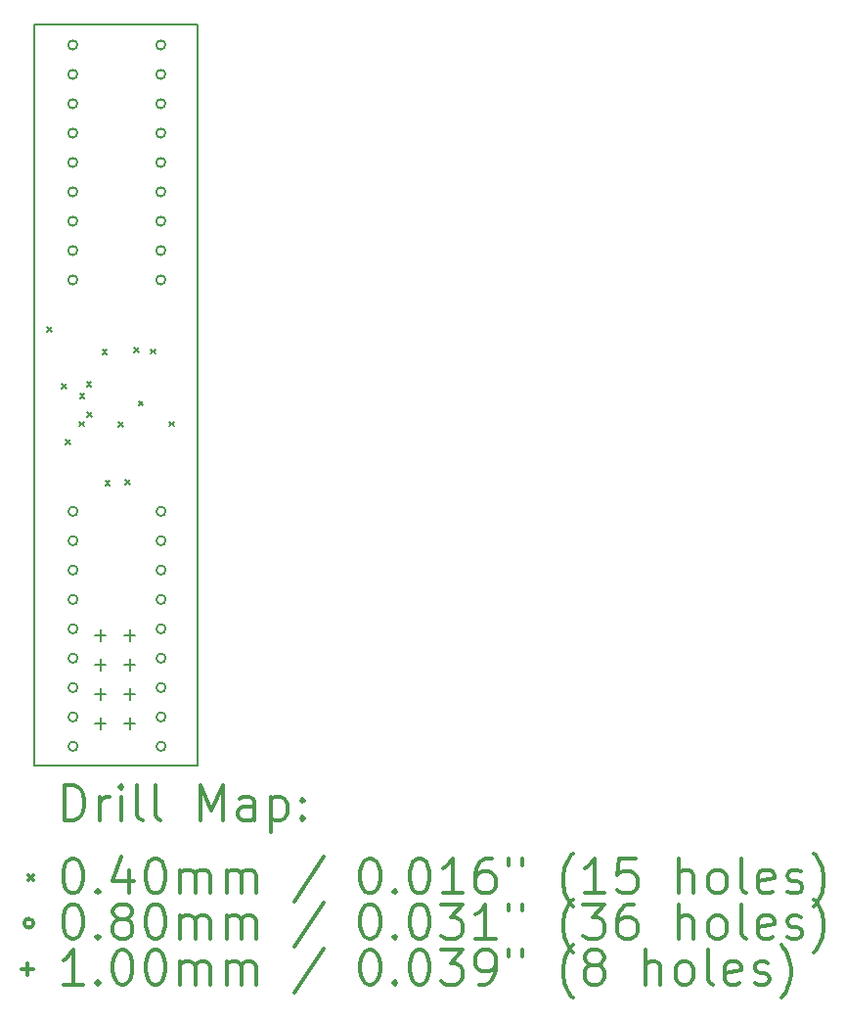
<source format=gbr>
%FSLAX45Y45*%
G04 Gerber Fmt 4.5, Leading zero omitted, Abs format (unit mm)*
G04 Created by KiCad (PCBNEW 4.0.7-e2-6376~58~ubuntu16.04.1) date Tue Jul  9 21:44:05 2024*
%MOMM*%
%LPD*%
G01*
G04 APERTURE LIST*
%ADD10C,0.127000*%
%ADD11C,0.150000*%
%ADD12C,0.200000*%
%ADD13C,0.300000*%
G04 APERTURE END LIST*
D10*
D11*
X14905000Y-8860000D02*
X14905000Y-12700000D01*
X16320000Y-12700000D02*
X14905000Y-12700000D01*
X16320000Y-10125000D02*
X16320000Y-12700000D01*
X16320000Y-6295000D02*
X16320000Y-10125000D01*
X14905000Y-6295000D02*
X16320000Y-6295000D01*
X14905000Y-8860000D02*
X14905000Y-6295000D01*
D12*
X15015001Y-8905658D02*
X15055001Y-8945658D01*
X15055001Y-8905658D02*
X15015001Y-8945658D01*
X15140000Y-9400000D02*
X15180000Y-9440000D01*
X15180000Y-9400000D02*
X15140000Y-9440000D01*
X15175000Y-9880000D02*
X15215000Y-9920000D01*
X15215000Y-9880000D02*
X15175000Y-9920000D01*
X15295000Y-9725000D02*
X15335000Y-9765000D01*
X15335000Y-9725000D02*
X15295000Y-9765000D01*
X15300000Y-9485000D02*
X15340000Y-9525000D01*
X15340000Y-9485000D02*
X15300000Y-9525000D01*
X15358933Y-9380064D02*
X15398933Y-9420064D01*
X15398933Y-9380064D02*
X15358933Y-9420064D01*
X15360000Y-9645000D02*
X15400000Y-9685000D01*
X15400000Y-9645000D02*
X15360000Y-9685000D01*
X15495000Y-9105000D02*
X15535000Y-9145000D01*
X15535000Y-9105000D02*
X15495000Y-9145000D01*
X15520000Y-10240000D02*
X15560000Y-10280000D01*
X15560000Y-10240000D02*
X15520000Y-10280000D01*
X15635000Y-9730000D02*
X15675000Y-9770000D01*
X15675000Y-9730000D02*
X15635000Y-9770000D01*
X15690000Y-10230000D02*
X15730000Y-10270000D01*
X15730000Y-10230000D02*
X15690000Y-10270000D01*
X15770000Y-9085000D02*
X15810000Y-9125000D01*
X15810000Y-9085000D02*
X15770000Y-9125000D01*
X15807037Y-9547501D02*
X15847037Y-9587501D01*
X15847037Y-9547501D02*
X15807037Y-9587501D01*
X15915000Y-9100000D02*
X15955000Y-9140000D01*
X15955000Y-9100000D02*
X15915000Y-9140000D01*
X16075000Y-9725000D02*
X16115000Y-9765000D01*
X16115000Y-9725000D02*
X16075000Y-9765000D01*
X15278000Y-6468000D02*
G75*
G03X15278000Y-6468000I-40000J0D01*
G01*
X15278000Y-6722000D02*
G75*
G03X15278000Y-6722000I-40000J0D01*
G01*
X15278000Y-6976000D02*
G75*
G03X15278000Y-6976000I-40000J0D01*
G01*
X15278000Y-7230000D02*
G75*
G03X15278000Y-7230000I-40000J0D01*
G01*
X15278000Y-7484000D02*
G75*
G03X15278000Y-7484000I-40000J0D01*
G01*
X15278000Y-7738000D02*
G75*
G03X15278000Y-7738000I-40000J0D01*
G01*
X15278000Y-7992000D02*
G75*
G03X15278000Y-7992000I-40000J0D01*
G01*
X15278000Y-8246000D02*
G75*
G03X15278000Y-8246000I-40000J0D01*
G01*
X15278000Y-8500000D02*
G75*
G03X15278000Y-8500000I-40000J0D01*
G01*
X15280000Y-10502000D02*
G75*
G03X15280000Y-10502000I-40000J0D01*
G01*
X15280000Y-10756000D02*
G75*
G03X15280000Y-10756000I-40000J0D01*
G01*
X15280000Y-11010000D02*
G75*
G03X15280000Y-11010000I-40000J0D01*
G01*
X15280000Y-11264000D02*
G75*
G03X15280000Y-11264000I-40000J0D01*
G01*
X15280000Y-11518000D02*
G75*
G03X15280000Y-11518000I-40000J0D01*
G01*
X15280000Y-11772000D02*
G75*
G03X15280000Y-11772000I-40000J0D01*
G01*
X15280000Y-12026000D02*
G75*
G03X15280000Y-12026000I-40000J0D01*
G01*
X15280000Y-12280000D02*
G75*
G03X15280000Y-12280000I-40000J0D01*
G01*
X15280000Y-12534000D02*
G75*
G03X15280000Y-12534000I-40000J0D01*
G01*
X16040000Y-6468000D02*
G75*
G03X16040000Y-6468000I-40000J0D01*
G01*
X16040000Y-6722000D02*
G75*
G03X16040000Y-6722000I-40000J0D01*
G01*
X16040000Y-6976000D02*
G75*
G03X16040000Y-6976000I-40000J0D01*
G01*
X16040000Y-7230000D02*
G75*
G03X16040000Y-7230000I-40000J0D01*
G01*
X16040000Y-7484000D02*
G75*
G03X16040000Y-7484000I-40000J0D01*
G01*
X16040000Y-7738000D02*
G75*
G03X16040000Y-7738000I-40000J0D01*
G01*
X16040000Y-7992000D02*
G75*
G03X16040000Y-7992000I-40000J0D01*
G01*
X16040000Y-8246000D02*
G75*
G03X16040000Y-8246000I-40000J0D01*
G01*
X16040000Y-8500000D02*
G75*
G03X16040000Y-8500000I-40000J0D01*
G01*
X16042000Y-10502000D02*
G75*
G03X16042000Y-10502000I-40000J0D01*
G01*
X16042000Y-10756000D02*
G75*
G03X16042000Y-10756000I-40000J0D01*
G01*
X16042000Y-11010000D02*
G75*
G03X16042000Y-11010000I-40000J0D01*
G01*
X16042000Y-11264000D02*
G75*
G03X16042000Y-11264000I-40000J0D01*
G01*
X16042000Y-11518000D02*
G75*
G03X16042000Y-11518000I-40000J0D01*
G01*
X16042000Y-11772000D02*
G75*
G03X16042000Y-11772000I-40000J0D01*
G01*
X16042000Y-12026000D02*
G75*
G03X16042000Y-12026000I-40000J0D01*
G01*
X16042000Y-12280000D02*
G75*
G03X16042000Y-12280000I-40000J0D01*
G01*
X16042000Y-12534000D02*
G75*
G03X16042000Y-12534000I-40000J0D01*
G01*
X15476000Y-11527000D02*
X15476000Y-11627000D01*
X15426000Y-11577000D02*
X15526000Y-11577000D01*
X15476000Y-11781000D02*
X15476000Y-11881000D01*
X15426000Y-11831000D02*
X15526000Y-11831000D01*
X15476000Y-12035000D02*
X15476000Y-12135000D01*
X15426000Y-12085000D02*
X15526000Y-12085000D01*
X15476000Y-12289000D02*
X15476000Y-12389000D01*
X15426000Y-12339000D02*
X15526000Y-12339000D01*
X15730000Y-11527000D02*
X15730000Y-11627000D01*
X15680000Y-11577000D02*
X15780000Y-11577000D01*
X15730000Y-11781000D02*
X15730000Y-11881000D01*
X15680000Y-11831000D02*
X15780000Y-11831000D01*
X15730000Y-12035000D02*
X15730000Y-12135000D01*
X15680000Y-12085000D02*
X15780000Y-12085000D01*
X15730000Y-12289000D02*
X15730000Y-12389000D01*
X15680000Y-12339000D02*
X15780000Y-12339000D01*
D13*
X15168928Y-13173214D02*
X15168928Y-12873214D01*
X15240357Y-12873214D01*
X15283214Y-12887500D01*
X15311786Y-12916071D01*
X15326071Y-12944643D01*
X15340357Y-13001786D01*
X15340357Y-13044643D01*
X15326071Y-13101786D01*
X15311786Y-13130357D01*
X15283214Y-13158929D01*
X15240357Y-13173214D01*
X15168928Y-13173214D01*
X15468928Y-13173214D02*
X15468928Y-12973214D01*
X15468928Y-13030357D02*
X15483214Y-13001786D01*
X15497500Y-12987500D01*
X15526071Y-12973214D01*
X15554643Y-12973214D01*
X15654643Y-13173214D02*
X15654643Y-12973214D01*
X15654643Y-12873214D02*
X15640357Y-12887500D01*
X15654643Y-12901786D01*
X15668928Y-12887500D01*
X15654643Y-12873214D01*
X15654643Y-12901786D01*
X15840357Y-13173214D02*
X15811786Y-13158929D01*
X15797500Y-13130357D01*
X15797500Y-12873214D01*
X15997500Y-13173214D02*
X15968928Y-13158929D01*
X15954643Y-13130357D01*
X15954643Y-12873214D01*
X16340357Y-13173214D02*
X16340357Y-12873214D01*
X16440357Y-13087500D01*
X16540357Y-12873214D01*
X16540357Y-13173214D01*
X16811786Y-13173214D02*
X16811786Y-13016071D01*
X16797500Y-12987500D01*
X16768928Y-12973214D01*
X16711786Y-12973214D01*
X16683214Y-12987500D01*
X16811786Y-13158929D02*
X16783214Y-13173214D01*
X16711786Y-13173214D01*
X16683214Y-13158929D01*
X16668928Y-13130357D01*
X16668928Y-13101786D01*
X16683214Y-13073214D01*
X16711786Y-13058929D01*
X16783214Y-13058929D01*
X16811786Y-13044643D01*
X16954643Y-12973214D02*
X16954643Y-13273214D01*
X16954643Y-12987500D02*
X16983214Y-12973214D01*
X17040357Y-12973214D01*
X17068929Y-12987500D01*
X17083214Y-13001786D01*
X17097500Y-13030357D01*
X17097500Y-13116071D01*
X17083214Y-13144643D01*
X17068929Y-13158929D01*
X17040357Y-13173214D01*
X16983214Y-13173214D01*
X16954643Y-13158929D01*
X17226071Y-13144643D02*
X17240357Y-13158929D01*
X17226071Y-13173214D01*
X17211786Y-13158929D01*
X17226071Y-13144643D01*
X17226071Y-13173214D01*
X17226071Y-12987500D02*
X17240357Y-13001786D01*
X17226071Y-13016071D01*
X17211786Y-13001786D01*
X17226071Y-12987500D01*
X17226071Y-13016071D01*
X14857500Y-13647500D02*
X14897500Y-13687500D01*
X14897500Y-13647500D02*
X14857500Y-13687500D01*
X15226071Y-13503214D02*
X15254643Y-13503214D01*
X15283214Y-13517500D01*
X15297500Y-13531786D01*
X15311786Y-13560357D01*
X15326071Y-13617500D01*
X15326071Y-13688929D01*
X15311786Y-13746071D01*
X15297500Y-13774643D01*
X15283214Y-13788929D01*
X15254643Y-13803214D01*
X15226071Y-13803214D01*
X15197500Y-13788929D01*
X15183214Y-13774643D01*
X15168928Y-13746071D01*
X15154643Y-13688929D01*
X15154643Y-13617500D01*
X15168928Y-13560357D01*
X15183214Y-13531786D01*
X15197500Y-13517500D01*
X15226071Y-13503214D01*
X15454643Y-13774643D02*
X15468928Y-13788929D01*
X15454643Y-13803214D01*
X15440357Y-13788929D01*
X15454643Y-13774643D01*
X15454643Y-13803214D01*
X15726071Y-13603214D02*
X15726071Y-13803214D01*
X15654643Y-13488929D02*
X15583214Y-13703214D01*
X15768928Y-13703214D01*
X15940357Y-13503214D02*
X15968928Y-13503214D01*
X15997500Y-13517500D01*
X16011786Y-13531786D01*
X16026071Y-13560357D01*
X16040357Y-13617500D01*
X16040357Y-13688929D01*
X16026071Y-13746071D01*
X16011786Y-13774643D01*
X15997500Y-13788929D01*
X15968928Y-13803214D01*
X15940357Y-13803214D01*
X15911786Y-13788929D01*
X15897500Y-13774643D01*
X15883214Y-13746071D01*
X15868928Y-13688929D01*
X15868928Y-13617500D01*
X15883214Y-13560357D01*
X15897500Y-13531786D01*
X15911786Y-13517500D01*
X15940357Y-13503214D01*
X16168928Y-13803214D02*
X16168928Y-13603214D01*
X16168928Y-13631786D02*
X16183214Y-13617500D01*
X16211786Y-13603214D01*
X16254643Y-13603214D01*
X16283214Y-13617500D01*
X16297500Y-13646071D01*
X16297500Y-13803214D01*
X16297500Y-13646071D02*
X16311786Y-13617500D01*
X16340357Y-13603214D01*
X16383214Y-13603214D01*
X16411786Y-13617500D01*
X16426071Y-13646071D01*
X16426071Y-13803214D01*
X16568928Y-13803214D02*
X16568928Y-13603214D01*
X16568928Y-13631786D02*
X16583214Y-13617500D01*
X16611786Y-13603214D01*
X16654643Y-13603214D01*
X16683214Y-13617500D01*
X16697500Y-13646071D01*
X16697500Y-13803214D01*
X16697500Y-13646071D02*
X16711786Y-13617500D01*
X16740357Y-13603214D01*
X16783214Y-13603214D01*
X16811786Y-13617500D01*
X16826071Y-13646071D01*
X16826071Y-13803214D01*
X17411786Y-13488929D02*
X17154643Y-13874643D01*
X17797500Y-13503214D02*
X17826071Y-13503214D01*
X17854643Y-13517500D01*
X17868928Y-13531786D01*
X17883214Y-13560357D01*
X17897500Y-13617500D01*
X17897500Y-13688929D01*
X17883214Y-13746071D01*
X17868928Y-13774643D01*
X17854643Y-13788929D01*
X17826071Y-13803214D01*
X17797500Y-13803214D01*
X17768928Y-13788929D01*
X17754643Y-13774643D01*
X17740357Y-13746071D01*
X17726071Y-13688929D01*
X17726071Y-13617500D01*
X17740357Y-13560357D01*
X17754643Y-13531786D01*
X17768928Y-13517500D01*
X17797500Y-13503214D01*
X18026071Y-13774643D02*
X18040357Y-13788929D01*
X18026071Y-13803214D01*
X18011786Y-13788929D01*
X18026071Y-13774643D01*
X18026071Y-13803214D01*
X18226071Y-13503214D02*
X18254643Y-13503214D01*
X18283214Y-13517500D01*
X18297500Y-13531786D01*
X18311786Y-13560357D01*
X18326071Y-13617500D01*
X18326071Y-13688929D01*
X18311786Y-13746071D01*
X18297500Y-13774643D01*
X18283214Y-13788929D01*
X18254643Y-13803214D01*
X18226071Y-13803214D01*
X18197500Y-13788929D01*
X18183214Y-13774643D01*
X18168928Y-13746071D01*
X18154643Y-13688929D01*
X18154643Y-13617500D01*
X18168928Y-13560357D01*
X18183214Y-13531786D01*
X18197500Y-13517500D01*
X18226071Y-13503214D01*
X18611786Y-13803214D02*
X18440357Y-13803214D01*
X18526071Y-13803214D02*
X18526071Y-13503214D01*
X18497500Y-13546071D01*
X18468928Y-13574643D01*
X18440357Y-13588929D01*
X18868928Y-13503214D02*
X18811786Y-13503214D01*
X18783214Y-13517500D01*
X18768928Y-13531786D01*
X18740357Y-13574643D01*
X18726071Y-13631786D01*
X18726071Y-13746071D01*
X18740357Y-13774643D01*
X18754643Y-13788929D01*
X18783214Y-13803214D01*
X18840357Y-13803214D01*
X18868928Y-13788929D01*
X18883214Y-13774643D01*
X18897500Y-13746071D01*
X18897500Y-13674643D01*
X18883214Y-13646071D01*
X18868928Y-13631786D01*
X18840357Y-13617500D01*
X18783214Y-13617500D01*
X18754643Y-13631786D01*
X18740357Y-13646071D01*
X18726071Y-13674643D01*
X19011786Y-13503214D02*
X19011786Y-13560357D01*
X19126071Y-13503214D02*
X19126071Y-13560357D01*
X19568928Y-13917500D02*
X19554643Y-13903214D01*
X19526071Y-13860357D01*
X19511786Y-13831786D01*
X19497500Y-13788929D01*
X19483214Y-13717500D01*
X19483214Y-13660357D01*
X19497500Y-13588929D01*
X19511786Y-13546071D01*
X19526071Y-13517500D01*
X19554643Y-13474643D01*
X19568928Y-13460357D01*
X19840357Y-13803214D02*
X19668928Y-13803214D01*
X19754643Y-13803214D02*
X19754643Y-13503214D01*
X19726071Y-13546071D01*
X19697500Y-13574643D01*
X19668928Y-13588929D01*
X20111786Y-13503214D02*
X19968928Y-13503214D01*
X19954643Y-13646071D01*
X19968928Y-13631786D01*
X19997500Y-13617500D01*
X20068928Y-13617500D01*
X20097500Y-13631786D01*
X20111786Y-13646071D01*
X20126071Y-13674643D01*
X20126071Y-13746071D01*
X20111786Y-13774643D01*
X20097500Y-13788929D01*
X20068928Y-13803214D01*
X19997500Y-13803214D01*
X19968928Y-13788929D01*
X19954643Y-13774643D01*
X20483214Y-13803214D02*
X20483214Y-13503214D01*
X20611786Y-13803214D02*
X20611786Y-13646071D01*
X20597500Y-13617500D01*
X20568928Y-13603214D01*
X20526071Y-13603214D01*
X20497500Y-13617500D01*
X20483214Y-13631786D01*
X20797500Y-13803214D02*
X20768928Y-13788929D01*
X20754643Y-13774643D01*
X20740357Y-13746071D01*
X20740357Y-13660357D01*
X20754643Y-13631786D01*
X20768928Y-13617500D01*
X20797500Y-13603214D01*
X20840357Y-13603214D01*
X20868928Y-13617500D01*
X20883214Y-13631786D01*
X20897500Y-13660357D01*
X20897500Y-13746071D01*
X20883214Y-13774643D01*
X20868928Y-13788929D01*
X20840357Y-13803214D01*
X20797500Y-13803214D01*
X21068928Y-13803214D02*
X21040357Y-13788929D01*
X21026071Y-13760357D01*
X21026071Y-13503214D01*
X21297500Y-13788929D02*
X21268929Y-13803214D01*
X21211786Y-13803214D01*
X21183214Y-13788929D01*
X21168929Y-13760357D01*
X21168929Y-13646071D01*
X21183214Y-13617500D01*
X21211786Y-13603214D01*
X21268929Y-13603214D01*
X21297500Y-13617500D01*
X21311786Y-13646071D01*
X21311786Y-13674643D01*
X21168929Y-13703214D01*
X21426071Y-13788929D02*
X21454643Y-13803214D01*
X21511786Y-13803214D01*
X21540357Y-13788929D01*
X21554643Y-13760357D01*
X21554643Y-13746071D01*
X21540357Y-13717500D01*
X21511786Y-13703214D01*
X21468929Y-13703214D01*
X21440357Y-13688929D01*
X21426071Y-13660357D01*
X21426071Y-13646071D01*
X21440357Y-13617500D01*
X21468929Y-13603214D01*
X21511786Y-13603214D01*
X21540357Y-13617500D01*
X21654643Y-13917500D02*
X21668929Y-13903214D01*
X21697500Y-13860357D01*
X21711786Y-13831786D01*
X21726071Y-13788929D01*
X21740357Y-13717500D01*
X21740357Y-13660357D01*
X21726071Y-13588929D01*
X21711786Y-13546071D01*
X21697500Y-13517500D01*
X21668929Y-13474643D01*
X21654643Y-13460357D01*
X14897500Y-14063500D02*
G75*
G03X14897500Y-14063500I-40000J0D01*
G01*
X15226071Y-13899214D02*
X15254643Y-13899214D01*
X15283214Y-13913500D01*
X15297500Y-13927786D01*
X15311786Y-13956357D01*
X15326071Y-14013500D01*
X15326071Y-14084929D01*
X15311786Y-14142071D01*
X15297500Y-14170643D01*
X15283214Y-14184929D01*
X15254643Y-14199214D01*
X15226071Y-14199214D01*
X15197500Y-14184929D01*
X15183214Y-14170643D01*
X15168928Y-14142071D01*
X15154643Y-14084929D01*
X15154643Y-14013500D01*
X15168928Y-13956357D01*
X15183214Y-13927786D01*
X15197500Y-13913500D01*
X15226071Y-13899214D01*
X15454643Y-14170643D02*
X15468928Y-14184929D01*
X15454643Y-14199214D01*
X15440357Y-14184929D01*
X15454643Y-14170643D01*
X15454643Y-14199214D01*
X15640357Y-14027786D02*
X15611786Y-14013500D01*
X15597500Y-13999214D01*
X15583214Y-13970643D01*
X15583214Y-13956357D01*
X15597500Y-13927786D01*
X15611786Y-13913500D01*
X15640357Y-13899214D01*
X15697500Y-13899214D01*
X15726071Y-13913500D01*
X15740357Y-13927786D01*
X15754643Y-13956357D01*
X15754643Y-13970643D01*
X15740357Y-13999214D01*
X15726071Y-14013500D01*
X15697500Y-14027786D01*
X15640357Y-14027786D01*
X15611786Y-14042071D01*
X15597500Y-14056357D01*
X15583214Y-14084929D01*
X15583214Y-14142071D01*
X15597500Y-14170643D01*
X15611786Y-14184929D01*
X15640357Y-14199214D01*
X15697500Y-14199214D01*
X15726071Y-14184929D01*
X15740357Y-14170643D01*
X15754643Y-14142071D01*
X15754643Y-14084929D01*
X15740357Y-14056357D01*
X15726071Y-14042071D01*
X15697500Y-14027786D01*
X15940357Y-13899214D02*
X15968928Y-13899214D01*
X15997500Y-13913500D01*
X16011786Y-13927786D01*
X16026071Y-13956357D01*
X16040357Y-14013500D01*
X16040357Y-14084929D01*
X16026071Y-14142071D01*
X16011786Y-14170643D01*
X15997500Y-14184929D01*
X15968928Y-14199214D01*
X15940357Y-14199214D01*
X15911786Y-14184929D01*
X15897500Y-14170643D01*
X15883214Y-14142071D01*
X15868928Y-14084929D01*
X15868928Y-14013500D01*
X15883214Y-13956357D01*
X15897500Y-13927786D01*
X15911786Y-13913500D01*
X15940357Y-13899214D01*
X16168928Y-14199214D02*
X16168928Y-13999214D01*
X16168928Y-14027786D02*
X16183214Y-14013500D01*
X16211786Y-13999214D01*
X16254643Y-13999214D01*
X16283214Y-14013500D01*
X16297500Y-14042071D01*
X16297500Y-14199214D01*
X16297500Y-14042071D02*
X16311786Y-14013500D01*
X16340357Y-13999214D01*
X16383214Y-13999214D01*
X16411786Y-14013500D01*
X16426071Y-14042071D01*
X16426071Y-14199214D01*
X16568928Y-14199214D02*
X16568928Y-13999214D01*
X16568928Y-14027786D02*
X16583214Y-14013500D01*
X16611786Y-13999214D01*
X16654643Y-13999214D01*
X16683214Y-14013500D01*
X16697500Y-14042071D01*
X16697500Y-14199214D01*
X16697500Y-14042071D02*
X16711786Y-14013500D01*
X16740357Y-13999214D01*
X16783214Y-13999214D01*
X16811786Y-14013500D01*
X16826071Y-14042071D01*
X16826071Y-14199214D01*
X17411786Y-13884929D02*
X17154643Y-14270643D01*
X17797500Y-13899214D02*
X17826071Y-13899214D01*
X17854643Y-13913500D01*
X17868928Y-13927786D01*
X17883214Y-13956357D01*
X17897500Y-14013500D01*
X17897500Y-14084929D01*
X17883214Y-14142071D01*
X17868928Y-14170643D01*
X17854643Y-14184929D01*
X17826071Y-14199214D01*
X17797500Y-14199214D01*
X17768928Y-14184929D01*
X17754643Y-14170643D01*
X17740357Y-14142071D01*
X17726071Y-14084929D01*
X17726071Y-14013500D01*
X17740357Y-13956357D01*
X17754643Y-13927786D01*
X17768928Y-13913500D01*
X17797500Y-13899214D01*
X18026071Y-14170643D02*
X18040357Y-14184929D01*
X18026071Y-14199214D01*
X18011786Y-14184929D01*
X18026071Y-14170643D01*
X18026071Y-14199214D01*
X18226071Y-13899214D02*
X18254643Y-13899214D01*
X18283214Y-13913500D01*
X18297500Y-13927786D01*
X18311786Y-13956357D01*
X18326071Y-14013500D01*
X18326071Y-14084929D01*
X18311786Y-14142071D01*
X18297500Y-14170643D01*
X18283214Y-14184929D01*
X18254643Y-14199214D01*
X18226071Y-14199214D01*
X18197500Y-14184929D01*
X18183214Y-14170643D01*
X18168928Y-14142071D01*
X18154643Y-14084929D01*
X18154643Y-14013500D01*
X18168928Y-13956357D01*
X18183214Y-13927786D01*
X18197500Y-13913500D01*
X18226071Y-13899214D01*
X18426071Y-13899214D02*
X18611786Y-13899214D01*
X18511786Y-14013500D01*
X18554643Y-14013500D01*
X18583214Y-14027786D01*
X18597500Y-14042071D01*
X18611786Y-14070643D01*
X18611786Y-14142071D01*
X18597500Y-14170643D01*
X18583214Y-14184929D01*
X18554643Y-14199214D01*
X18468928Y-14199214D01*
X18440357Y-14184929D01*
X18426071Y-14170643D01*
X18897500Y-14199214D02*
X18726071Y-14199214D01*
X18811786Y-14199214D02*
X18811786Y-13899214D01*
X18783214Y-13942071D01*
X18754643Y-13970643D01*
X18726071Y-13984929D01*
X19011786Y-13899214D02*
X19011786Y-13956357D01*
X19126071Y-13899214D02*
X19126071Y-13956357D01*
X19568928Y-14313500D02*
X19554643Y-14299214D01*
X19526071Y-14256357D01*
X19511786Y-14227786D01*
X19497500Y-14184929D01*
X19483214Y-14113500D01*
X19483214Y-14056357D01*
X19497500Y-13984929D01*
X19511786Y-13942071D01*
X19526071Y-13913500D01*
X19554643Y-13870643D01*
X19568928Y-13856357D01*
X19654643Y-13899214D02*
X19840357Y-13899214D01*
X19740357Y-14013500D01*
X19783214Y-14013500D01*
X19811786Y-14027786D01*
X19826071Y-14042071D01*
X19840357Y-14070643D01*
X19840357Y-14142071D01*
X19826071Y-14170643D01*
X19811786Y-14184929D01*
X19783214Y-14199214D01*
X19697500Y-14199214D01*
X19668928Y-14184929D01*
X19654643Y-14170643D01*
X20097500Y-13899214D02*
X20040357Y-13899214D01*
X20011786Y-13913500D01*
X19997500Y-13927786D01*
X19968928Y-13970643D01*
X19954643Y-14027786D01*
X19954643Y-14142071D01*
X19968928Y-14170643D01*
X19983214Y-14184929D01*
X20011786Y-14199214D01*
X20068928Y-14199214D01*
X20097500Y-14184929D01*
X20111786Y-14170643D01*
X20126071Y-14142071D01*
X20126071Y-14070643D01*
X20111786Y-14042071D01*
X20097500Y-14027786D01*
X20068928Y-14013500D01*
X20011786Y-14013500D01*
X19983214Y-14027786D01*
X19968928Y-14042071D01*
X19954643Y-14070643D01*
X20483214Y-14199214D02*
X20483214Y-13899214D01*
X20611786Y-14199214D02*
X20611786Y-14042071D01*
X20597500Y-14013500D01*
X20568928Y-13999214D01*
X20526071Y-13999214D01*
X20497500Y-14013500D01*
X20483214Y-14027786D01*
X20797500Y-14199214D02*
X20768928Y-14184929D01*
X20754643Y-14170643D01*
X20740357Y-14142071D01*
X20740357Y-14056357D01*
X20754643Y-14027786D01*
X20768928Y-14013500D01*
X20797500Y-13999214D01*
X20840357Y-13999214D01*
X20868928Y-14013500D01*
X20883214Y-14027786D01*
X20897500Y-14056357D01*
X20897500Y-14142071D01*
X20883214Y-14170643D01*
X20868928Y-14184929D01*
X20840357Y-14199214D01*
X20797500Y-14199214D01*
X21068928Y-14199214D02*
X21040357Y-14184929D01*
X21026071Y-14156357D01*
X21026071Y-13899214D01*
X21297500Y-14184929D02*
X21268929Y-14199214D01*
X21211786Y-14199214D01*
X21183214Y-14184929D01*
X21168929Y-14156357D01*
X21168929Y-14042071D01*
X21183214Y-14013500D01*
X21211786Y-13999214D01*
X21268929Y-13999214D01*
X21297500Y-14013500D01*
X21311786Y-14042071D01*
X21311786Y-14070643D01*
X21168929Y-14099214D01*
X21426071Y-14184929D02*
X21454643Y-14199214D01*
X21511786Y-14199214D01*
X21540357Y-14184929D01*
X21554643Y-14156357D01*
X21554643Y-14142071D01*
X21540357Y-14113500D01*
X21511786Y-14099214D01*
X21468929Y-14099214D01*
X21440357Y-14084929D01*
X21426071Y-14056357D01*
X21426071Y-14042071D01*
X21440357Y-14013500D01*
X21468929Y-13999214D01*
X21511786Y-13999214D01*
X21540357Y-14013500D01*
X21654643Y-14313500D02*
X21668929Y-14299214D01*
X21697500Y-14256357D01*
X21711786Y-14227786D01*
X21726071Y-14184929D01*
X21740357Y-14113500D01*
X21740357Y-14056357D01*
X21726071Y-13984929D01*
X21711786Y-13942071D01*
X21697500Y-13913500D01*
X21668929Y-13870643D01*
X21654643Y-13856357D01*
X14847500Y-14409500D02*
X14847500Y-14509500D01*
X14797500Y-14459500D02*
X14897500Y-14459500D01*
X15326071Y-14595214D02*
X15154643Y-14595214D01*
X15240357Y-14595214D02*
X15240357Y-14295214D01*
X15211786Y-14338071D01*
X15183214Y-14366643D01*
X15154643Y-14380929D01*
X15454643Y-14566643D02*
X15468928Y-14580929D01*
X15454643Y-14595214D01*
X15440357Y-14580929D01*
X15454643Y-14566643D01*
X15454643Y-14595214D01*
X15654643Y-14295214D02*
X15683214Y-14295214D01*
X15711786Y-14309500D01*
X15726071Y-14323786D01*
X15740357Y-14352357D01*
X15754643Y-14409500D01*
X15754643Y-14480929D01*
X15740357Y-14538071D01*
X15726071Y-14566643D01*
X15711786Y-14580929D01*
X15683214Y-14595214D01*
X15654643Y-14595214D01*
X15626071Y-14580929D01*
X15611786Y-14566643D01*
X15597500Y-14538071D01*
X15583214Y-14480929D01*
X15583214Y-14409500D01*
X15597500Y-14352357D01*
X15611786Y-14323786D01*
X15626071Y-14309500D01*
X15654643Y-14295214D01*
X15940357Y-14295214D02*
X15968928Y-14295214D01*
X15997500Y-14309500D01*
X16011786Y-14323786D01*
X16026071Y-14352357D01*
X16040357Y-14409500D01*
X16040357Y-14480929D01*
X16026071Y-14538071D01*
X16011786Y-14566643D01*
X15997500Y-14580929D01*
X15968928Y-14595214D01*
X15940357Y-14595214D01*
X15911786Y-14580929D01*
X15897500Y-14566643D01*
X15883214Y-14538071D01*
X15868928Y-14480929D01*
X15868928Y-14409500D01*
X15883214Y-14352357D01*
X15897500Y-14323786D01*
X15911786Y-14309500D01*
X15940357Y-14295214D01*
X16168928Y-14595214D02*
X16168928Y-14395214D01*
X16168928Y-14423786D02*
X16183214Y-14409500D01*
X16211786Y-14395214D01*
X16254643Y-14395214D01*
X16283214Y-14409500D01*
X16297500Y-14438071D01*
X16297500Y-14595214D01*
X16297500Y-14438071D02*
X16311786Y-14409500D01*
X16340357Y-14395214D01*
X16383214Y-14395214D01*
X16411786Y-14409500D01*
X16426071Y-14438071D01*
X16426071Y-14595214D01*
X16568928Y-14595214D02*
X16568928Y-14395214D01*
X16568928Y-14423786D02*
X16583214Y-14409500D01*
X16611786Y-14395214D01*
X16654643Y-14395214D01*
X16683214Y-14409500D01*
X16697500Y-14438071D01*
X16697500Y-14595214D01*
X16697500Y-14438071D02*
X16711786Y-14409500D01*
X16740357Y-14395214D01*
X16783214Y-14395214D01*
X16811786Y-14409500D01*
X16826071Y-14438071D01*
X16826071Y-14595214D01*
X17411786Y-14280929D02*
X17154643Y-14666643D01*
X17797500Y-14295214D02*
X17826071Y-14295214D01*
X17854643Y-14309500D01*
X17868928Y-14323786D01*
X17883214Y-14352357D01*
X17897500Y-14409500D01*
X17897500Y-14480929D01*
X17883214Y-14538071D01*
X17868928Y-14566643D01*
X17854643Y-14580929D01*
X17826071Y-14595214D01*
X17797500Y-14595214D01*
X17768928Y-14580929D01*
X17754643Y-14566643D01*
X17740357Y-14538071D01*
X17726071Y-14480929D01*
X17726071Y-14409500D01*
X17740357Y-14352357D01*
X17754643Y-14323786D01*
X17768928Y-14309500D01*
X17797500Y-14295214D01*
X18026071Y-14566643D02*
X18040357Y-14580929D01*
X18026071Y-14595214D01*
X18011786Y-14580929D01*
X18026071Y-14566643D01*
X18026071Y-14595214D01*
X18226071Y-14295214D02*
X18254643Y-14295214D01*
X18283214Y-14309500D01*
X18297500Y-14323786D01*
X18311786Y-14352357D01*
X18326071Y-14409500D01*
X18326071Y-14480929D01*
X18311786Y-14538071D01*
X18297500Y-14566643D01*
X18283214Y-14580929D01*
X18254643Y-14595214D01*
X18226071Y-14595214D01*
X18197500Y-14580929D01*
X18183214Y-14566643D01*
X18168928Y-14538071D01*
X18154643Y-14480929D01*
X18154643Y-14409500D01*
X18168928Y-14352357D01*
X18183214Y-14323786D01*
X18197500Y-14309500D01*
X18226071Y-14295214D01*
X18426071Y-14295214D02*
X18611786Y-14295214D01*
X18511786Y-14409500D01*
X18554643Y-14409500D01*
X18583214Y-14423786D01*
X18597500Y-14438071D01*
X18611786Y-14466643D01*
X18611786Y-14538071D01*
X18597500Y-14566643D01*
X18583214Y-14580929D01*
X18554643Y-14595214D01*
X18468928Y-14595214D01*
X18440357Y-14580929D01*
X18426071Y-14566643D01*
X18754643Y-14595214D02*
X18811786Y-14595214D01*
X18840357Y-14580929D01*
X18854643Y-14566643D01*
X18883214Y-14523786D01*
X18897500Y-14466643D01*
X18897500Y-14352357D01*
X18883214Y-14323786D01*
X18868928Y-14309500D01*
X18840357Y-14295214D01*
X18783214Y-14295214D01*
X18754643Y-14309500D01*
X18740357Y-14323786D01*
X18726071Y-14352357D01*
X18726071Y-14423786D01*
X18740357Y-14452357D01*
X18754643Y-14466643D01*
X18783214Y-14480929D01*
X18840357Y-14480929D01*
X18868928Y-14466643D01*
X18883214Y-14452357D01*
X18897500Y-14423786D01*
X19011786Y-14295214D02*
X19011786Y-14352357D01*
X19126071Y-14295214D02*
X19126071Y-14352357D01*
X19568928Y-14709500D02*
X19554643Y-14695214D01*
X19526071Y-14652357D01*
X19511786Y-14623786D01*
X19497500Y-14580929D01*
X19483214Y-14509500D01*
X19483214Y-14452357D01*
X19497500Y-14380929D01*
X19511786Y-14338071D01*
X19526071Y-14309500D01*
X19554643Y-14266643D01*
X19568928Y-14252357D01*
X19726071Y-14423786D02*
X19697500Y-14409500D01*
X19683214Y-14395214D01*
X19668928Y-14366643D01*
X19668928Y-14352357D01*
X19683214Y-14323786D01*
X19697500Y-14309500D01*
X19726071Y-14295214D01*
X19783214Y-14295214D01*
X19811786Y-14309500D01*
X19826071Y-14323786D01*
X19840357Y-14352357D01*
X19840357Y-14366643D01*
X19826071Y-14395214D01*
X19811786Y-14409500D01*
X19783214Y-14423786D01*
X19726071Y-14423786D01*
X19697500Y-14438071D01*
X19683214Y-14452357D01*
X19668928Y-14480929D01*
X19668928Y-14538071D01*
X19683214Y-14566643D01*
X19697500Y-14580929D01*
X19726071Y-14595214D01*
X19783214Y-14595214D01*
X19811786Y-14580929D01*
X19826071Y-14566643D01*
X19840357Y-14538071D01*
X19840357Y-14480929D01*
X19826071Y-14452357D01*
X19811786Y-14438071D01*
X19783214Y-14423786D01*
X20197500Y-14595214D02*
X20197500Y-14295214D01*
X20326071Y-14595214D02*
X20326071Y-14438071D01*
X20311786Y-14409500D01*
X20283214Y-14395214D01*
X20240357Y-14395214D01*
X20211786Y-14409500D01*
X20197500Y-14423786D01*
X20511786Y-14595214D02*
X20483214Y-14580929D01*
X20468928Y-14566643D01*
X20454643Y-14538071D01*
X20454643Y-14452357D01*
X20468928Y-14423786D01*
X20483214Y-14409500D01*
X20511786Y-14395214D01*
X20554643Y-14395214D01*
X20583214Y-14409500D01*
X20597500Y-14423786D01*
X20611786Y-14452357D01*
X20611786Y-14538071D01*
X20597500Y-14566643D01*
X20583214Y-14580929D01*
X20554643Y-14595214D01*
X20511786Y-14595214D01*
X20783214Y-14595214D02*
X20754643Y-14580929D01*
X20740357Y-14552357D01*
X20740357Y-14295214D01*
X21011786Y-14580929D02*
X20983214Y-14595214D01*
X20926071Y-14595214D01*
X20897500Y-14580929D01*
X20883214Y-14552357D01*
X20883214Y-14438071D01*
X20897500Y-14409500D01*
X20926071Y-14395214D01*
X20983214Y-14395214D01*
X21011786Y-14409500D01*
X21026071Y-14438071D01*
X21026071Y-14466643D01*
X20883214Y-14495214D01*
X21140357Y-14580929D02*
X21168929Y-14595214D01*
X21226071Y-14595214D01*
X21254643Y-14580929D01*
X21268929Y-14552357D01*
X21268929Y-14538071D01*
X21254643Y-14509500D01*
X21226071Y-14495214D01*
X21183214Y-14495214D01*
X21154643Y-14480929D01*
X21140357Y-14452357D01*
X21140357Y-14438071D01*
X21154643Y-14409500D01*
X21183214Y-14395214D01*
X21226071Y-14395214D01*
X21254643Y-14409500D01*
X21368928Y-14709500D02*
X21383214Y-14695214D01*
X21411786Y-14652357D01*
X21426071Y-14623786D01*
X21440357Y-14580929D01*
X21454643Y-14509500D01*
X21454643Y-14452357D01*
X21440357Y-14380929D01*
X21426071Y-14338071D01*
X21411786Y-14309500D01*
X21383214Y-14266643D01*
X21368928Y-14252357D01*
M02*

</source>
